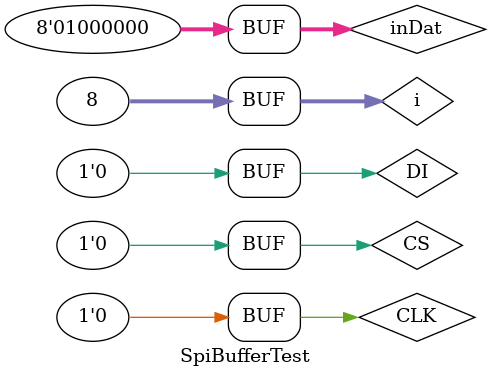
<source format=v>
`timescale 1ns/1ns
module SpiBufferTest();
    reg DI;
    reg CS;
    reg CLK;

    wire [7:0] outDat;
    reg [7:0] inDat;
    wire outSucc;

    integer i;

    SpiBuffer sb(.DI(DI), .CS(CS), .CLK(CLK), .Buffer(outDat), .Changed(outSucc));

    task doClock;
        begin
            #1 CLK = 0;
            #1 CLK = 1;
            #2 CLK = 0;
        end
    endtask

    task doWrite;
        begin
            for(i = 0;i < 8; i = i + 1) begin
                DI = inDat[i];
                doClock();
            end
        end
    endtask
    initial begin
        doClock();
        doClock();
        doClock();
        doClock();
        doClock();
        CS = 1;
        doClock();
        doClock();
        CS = 0;
        inDat = 122;
        doWrite();
        inDat = 128;
        doWrite();
        CS = 1;
        doClock();
        doClock();
        CS = 0;
        inDat = 12;
        doWrite();
        inDat = 64;
        doWrite();
        doClock();
    end
endmodule

</source>
